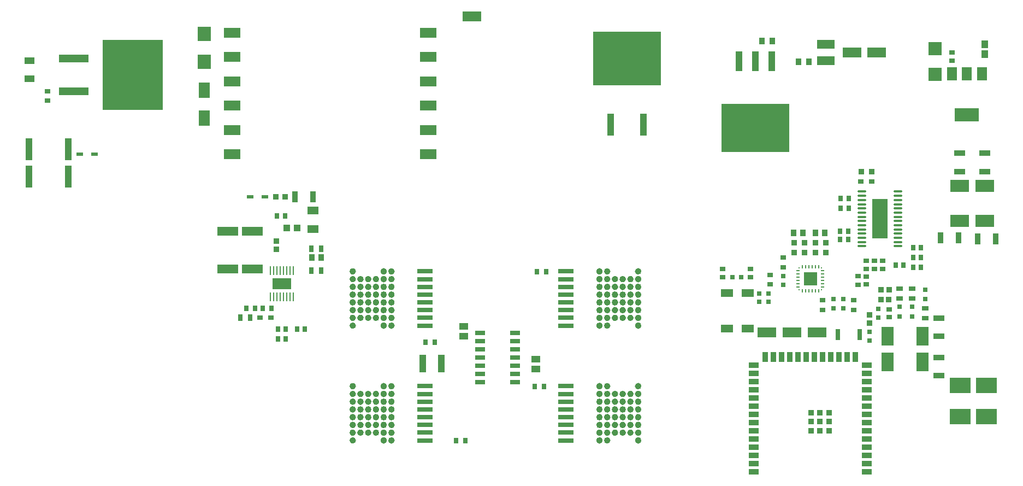
<source format=gbr>
G04*
G04 #@! TF.GenerationSoftware,Altium Limited,Altium Designer,25.5.2 (35)*
G04*
G04 Layer_Color=8421504*
%FSLAX25Y25*%
%MOIN*%
G70*
G04*
G04 #@! TF.SameCoordinates,CCCDE38D-7695-4EB3-ABC8-F25FB468ABE4*
G04*
G04*
G04 #@! TF.FilePolarity,Positive*
G04*
G01*
G75*
%ADD19C,0.01968*%
%ADD20R,0.09252X0.02756*%
%ADD21R,0.09252X0.02756*%
%ADD22R,0.09252X0.02756*%
%ADD23R,0.09252X0.02756*%
%ADD24R,0.03394X0.02894*%
%ADD25R,0.04429X0.01968*%
%ADD26R,0.03772X0.03788*%
%ADD27R,0.03740X0.06693*%
%ADD28R,0.03150X0.03740*%
%ADD29R,0.06922X0.04551*%
%ADD30R,0.04469X0.04182*%
%ADD31R,0.03379X0.03371*%
%ADD32O,0.00984X0.05512*%
%ADD33R,0.11614X0.06929*%
%ADD34R,0.02953X0.03937*%
%ADD35R,0.03740X0.04134*%
%ADD36R,0.02953X0.03543*%
%ADD37R,0.03543X0.03150*%
%ADD38R,0.02593X0.03197*%
%ADD39R,0.03150X0.03937*%
%ADD40R,0.02559X0.03543*%
%ADD41R,0.04016X0.11102*%
%ADD42R,0.04331X0.13386*%
%ADD43R,0.09843X0.05984*%
%ADD44R,0.06102X0.02756*%
%ADD45R,0.03543X0.02559*%
%ADD46R,0.06496X0.04331*%
%ADD47R,0.18110X0.04724*%
%ADD48R,0.37008X0.42520*%
%ADD49R,0.06693X0.09252*%
%ADD50R,0.05787X0.04016*%
%ADD51O,0.05512X0.01378*%
%ADD52R,0.09449X0.24291*%
%ADD53R,0.02362X0.00945*%
%ADD54R,0.00945X0.02362*%
%ADD55R,0.00984X0.00984*%
%ADD56R,0.08268X0.08268*%
%ADD57R,0.11811X0.05906*%
%ADD58R,0.03543X0.05906*%
%ADD59R,0.03591X0.03381*%
%ADD60R,0.03543X0.03150*%
%ADD61R,0.02756X0.02756*%
%ADD62R,0.03937X0.02953*%
%ADD63R,0.03175X0.03418*%
%ADD64R,0.03563X0.03568*%
%ADD65R,0.05906X0.03543*%
%ADD66R,0.03985X0.04758*%
%ADD67R,0.05906X0.07874*%
%ADD68R,0.14961X0.07874*%
%ADD69R,0.07874X0.07874*%
%ADD70R,0.03150X0.03150*%
%ADD71R,0.06693X0.03740*%
G04:AMPARAMS|DCode=72|XSize=29.92mil|YSize=26mil|CornerRadius=3.25mil|HoleSize=0mil|Usage=FLASHONLY|Rotation=0.000|XOffset=0mil|YOffset=0mil|HoleType=Round|Shape=RoundedRectangle|*
%AMROUNDEDRECTD72*
21,1,0.02992,0.01950,0,0,0.0*
21,1,0.02342,0.02600,0,0,0.0*
1,1,0.00650,0.01171,-0.00975*
1,1,0.00650,-0.01171,-0.00975*
1,1,0.00650,-0.01171,0.00975*
1,1,0.00650,0.01171,0.00975*
%
%ADD72ROUNDEDRECTD72*%
%ADD73R,0.03347X0.02953*%
%ADD74R,0.03418X0.03175*%
%ADD75R,0.03150X0.06693*%
%ADD76R,0.03543X0.03543*%
%ADD77R,0.11024X0.05512*%
%ADD78R,0.03543X0.03937*%
%ADD79R,0.03543X0.02953*%
%ADD80R,0.13024X0.05334*%
%ADD81R,0.41535X0.29528*%
%ADD82R,0.04331X0.12402*%
%ADD83R,0.03381X0.03591*%
%ADD84R,0.07480X0.11811*%
%ADD85R,0.12992X0.09646*%
%ADD86R,0.11811X0.07480*%
%ADD87R,0.03150X0.03543*%
G04:AMPARAMS|DCode=88|XSize=29.92mil|YSize=26mil|CornerRadius=3.25mil|HoleSize=0mil|Usage=FLASHONLY|Rotation=90.000|XOffset=0mil|YOffset=0mil|HoleType=Round|Shape=RoundedRectangle|*
%AMROUNDEDRECTD88*
21,1,0.02992,0.01950,0,0,90.0*
21,1,0.02342,0.02600,0,0,90.0*
1,1,0.00650,0.00975,0.01171*
1,1,0.00650,0.00975,-0.01171*
1,1,0.00650,-0.00975,-0.01171*
1,1,0.00650,-0.00975,0.01171*
%
%ADD88ROUNDEDRECTD88*%
%ADD89R,0.07480X0.05118*%
%ADD90R,0.08071X0.08858*%
%ADD91R,0.41299X0.32992*%
%ADD92R,0.04000X0.13795*%
D19*
X479339Y129965D02*
G03*
X479339Y129965I-984J0D01*
G01*
Y134689D02*
G03*
X479339Y134689I-984J0D01*
G01*
Y139413D02*
G03*
X479339Y139413I-984J0D01*
G01*
Y144138D02*
G03*
X479339Y144138I-984J0D01*
G01*
Y148862D02*
G03*
X479339Y148862I-984J0D01*
G01*
Y153587D02*
G03*
X479339Y153587I-984J0D01*
G01*
Y158311D02*
G03*
X479339Y158311I-984J0D01*
G01*
Y163035D02*
G03*
X479339Y163035I-984J0D01*
G01*
X474614Y134689D02*
G03*
X474614Y134689I-984J0D01*
G01*
Y139413D02*
G03*
X474614Y139413I-984J0D01*
G01*
Y144138D02*
G03*
X474614Y144138I-984J0D01*
G01*
Y148862D02*
G03*
X474614Y148862I-984J0D01*
G01*
Y153587D02*
G03*
X474614Y153587I-984J0D01*
G01*
Y158311D02*
G03*
X474614Y158311I-984J0D01*
G01*
X469890Y134689D02*
G03*
X469890Y134689I-984J0D01*
G01*
Y139413D02*
G03*
X469890Y139413I-984J0D01*
G01*
Y144138D02*
G03*
X469890Y144138I-984J0D01*
G01*
Y148862D02*
G03*
X469890Y148862I-984J0D01*
G01*
Y153587D02*
G03*
X469890Y153587I-984J0D01*
G01*
Y158311D02*
G03*
X469890Y158311I-984J0D01*
G01*
X465165Y134689D02*
G03*
X465165Y134689I-984J0D01*
G01*
Y139413D02*
G03*
X465165Y139413I-984J0D01*
G01*
Y144138D02*
G03*
X465165Y144138I-984J0D01*
G01*
Y148862D02*
G03*
X465165Y148862I-984J0D01*
G01*
Y153587D02*
G03*
X465165Y153587I-984J0D01*
G01*
Y158311D02*
G03*
X465165Y158311I-984J0D01*
G01*
X460441Y129965D02*
G03*
X460441Y129965I-984J0D01*
G01*
Y134689D02*
G03*
X460441Y134689I-984J0D01*
G01*
Y139413D02*
G03*
X460441Y139413I-984J0D01*
G01*
Y144138D02*
G03*
X460441Y144138I-984J0D01*
G01*
Y148862D02*
G03*
X460441Y148862I-984J0D01*
G01*
Y153587D02*
G03*
X460441Y153587I-984J0D01*
G01*
Y158311D02*
G03*
X460441Y158311I-984J0D01*
G01*
Y163035D02*
G03*
X460441Y163035I-984J0D01*
G01*
X455717Y129965D02*
G03*
X455717Y129965I-984J0D01*
G01*
Y134689D02*
G03*
X455717Y134689I-984J0D01*
G01*
Y139413D02*
G03*
X455717Y139413I-984J0D01*
G01*
Y144138D02*
G03*
X455717Y144138I-984J0D01*
G01*
Y148862D02*
G03*
X455717Y148862I-984J0D01*
G01*
Y153587D02*
G03*
X455717Y153587I-984J0D01*
G01*
Y158311D02*
G03*
X455717Y158311I-984J0D01*
G01*
Y163035D02*
G03*
X455717Y163035I-984J0D01*
G01*
X479339Y199965D02*
G03*
X479339Y199965I-984J0D01*
G01*
Y204689D02*
G03*
X479339Y204689I-984J0D01*
G01*
Y209413D02*
G03*
X479339Y209413I-984J0D01*
G01*
Y214138D02*
G03*
X479339Y214138I-984J0D01*
G01*
Y218862D02*
G03*
X479339Y218862I-984J0D01*
G01*
Y223587D02*
G03*
X479339Y223587I-984J0D01*
G01*
Y228311D02*
G03*
X479339Y228311I-984J0D01*
G01*
Y233035D02*
G03*
X479339Y233035I-984J0D01*
G01*
X474614Y204689D02*
G03*
X474614Y204689I-984J0D01*
G01*
Y209413D02*
G03*
X474614Y209413I-984J0D01*
G01*
Y214138D02*
G03*
X474614Y214138I-984J0D01*
G01*
Y218862D02*
G03*
X474614Y218862I-984J0D01*
G01*
Y223587D02*
G03*
X474614Y223587I-984J0D01*
G01*
Y228311D02*
G03*
X474614Y228311I-984J0D01*
G01*
X469890Y204689D02*
G03*
X469890Y204689I-984J0D01*
G01*
Y209413D02*
G03*
X469890Y209413I-984J0D01*
G01*
Y214138D02*
G03*
X469890Y214138I-984J0D01*
G01*
Y218862D02*
G03*
X469890Y218862I-984J0D01*
G01*
Y223587D02*
G03*
X469890Y223587I-984J0D01*
G01*
Y228311D02*
G03*
X469890Y228311I-984J0D01*
G01*
X465165Y204689D02*
G03*
X465165Y204689I-984J0D01*
G01*
Y209413D02*
G03*
X465165Y209413I-984J0D01*
G01*
Y214138D02*
G03*
X465165Y214138I-984J0D01*
G01*
Y218862D02*
G03*
X465165Y218862I-984J0D01*
G01*
Y223587D02*
G03*
X465165Y223587I-984J0D01*
G01*
Y228311D02*
G03*
X465165Y228311I-984J0D01*
G01*
X460441Y199965D02*
G03*
X460441Y199965I-984J0D01*
G01*
Y204689D02*
G03*
X460441Y204689I-984J0D01*
G01*
Y209413D02*
G03*
X460441Y209413I-984J0D01*
G01*
Y214138D02*
G03*
X460441Y214138I-984J0D01*
G01*
Y218862D02*
G03*
X460441Y218862I-984J0D01*
G01*
Y223587D02*
G03*
X460441Y223587I-984J0D01*
G01*
Y228311D02*
G03*
X460441Y228311I-984J0D01*
G01*
Y233035D02*
G03*
X460441Y233035I-984J0D01*
G01*
X455717Y199965D02*
G03*
X455717Y199965I-984J0D01*
G01*
Y204689D02*
G03*
X455717Y204689I-984J0D01*
G01*
Y209413D02*
G03*
X455717Y209413I-984J0D01*
G01*
Y214138D02*
G03*
X455717Y214138I-984J0D01*
G01*
Y218862D02*
G03*
X455717Y218862I-984J0D01*
G01*
Y223587D02*
G03*
X455717Y223587I-984J0D01*
G01*
Y228311D02*
G03*
X455717Y228311I-984J0D01*
G01*
Y233035D02*
G03*
X455717Y233035I-984J0D01*
G01*
X305130Y163035D02*
G03*
X305130Y163035I-984J0D01*
G01*
Y158311D02*
G03*
X305130Y158311I-984J0D01*
G01*
Y153587D02*
G03*
X305130Y153587I-984J0D01*
G01*
Y148862D02*
G03*
X305130Y148862I-984J0D01*
G01*
Y144138D02*
G03*
X305130Y144138I-984J0D01*
G01*
Y139413D02*
G03*
X305130Y139413I-984J0D01*
G01*
Y134689D02*
G03*
X305130Y134689I-984J0D01*
G01*
Y129965D02*
G03*
X305130Y129965I-984J0D01*
G01*
X309854Y158311D02*
G03*
X309854Y158311I-984J0D01*
G01*
Y153587D02*
G03*
X309854Y153587I-984J0D01*
G01*
Y148862D02*
G03*
X309854Y148862I-984J0D01*
G01*
Y144138D02*
G03*
X309854Y144138I-984J0D01*
G01*
Y139413D02*
G03*
X309854Y139413I-984J0D01*
G01*
Y134689D02*
G03*
X309854Y134689I-984J0D01*
G01*
X314579Y158311D02*
G03*
X314579Y158311I-984J0D01*
G01*
Y153587D02*
G03*
X314579Y153587I-984J0D01*
G01*
Y148862D02*
G03*
X314579Y148862I-984J0D01*
G01*
Y144138D02*
G03*
X314579Y144138I-984J0D01*
G01*
Y139413D02*
G03*
X314579Y139413I-984J0D01*
G01*
Y134689D02*
G03*
X314579Y134689I-984J0D01*
G01*
X319303Y158311D02*
G03*
X319303Y158311I-984J0D01*
G01*
Y153587D02*
G03*
X319303Y153587I-984J0D01*
G01*
Y148862D02*
G03*
X319303Y148862I-984J0D01*
G01*
Y144138D02*
G03*
X319303Y144138I-984J0D01*
G01*
Y139413D02*
G03*
X319303Y139413I-984J0D01*
G01*
Y134689D02*
G03*
X319303Y134689I-984J0D01*
G01*
X324028Y163035D02*
G03*
X324028Y163035I-984J0D01*
G01*
Y158311D02*
G03*
X324028Y158311I-984J0D01*
G01*
Y153587D02*
G03*
X324028Y153587I-984J0D01*
G01*
Y148862D02*
G03*
X324028Y148862I-984J0D01*
G01*
Y144138D02*
G03*
X324028Y144138I-984J0D01*
G01*
Y139413D02*
G03*
X324028Y139413I-984J0D01*
G01*
Y134689D02*
G03*
X324028Y134689I-984J0D01*
G01*
Y129965D02*
G03*
X324028Y129965I-984J0D01*
G01*
X328752Y163035D02*
G03*
X328752Y163035I-984J0D01*
G01*
Y158311D02*
G03*
X328752Y158311I-984J0D01*
G01*
Y153587D02*
G03*
X328752Y153587I-984J0D01*
G01*
Y148862D02*
G03*
X328752Y148862I-984J0D01*
G01*
Y144138D02*
G03*
X328752Y144138I-984J0D01*
G01*
Y139413D02*
G03*
X328752Y139413I-984J0D01*
G01*
Y134689D02*
G03*
X328752Y134689I-984J0D01*
G01*
Y129965D02*
G03*
X328752Y129965I-984J0D01*
G01*
X305130Y233035D02*
G03*
X305130Y233035I-984J0D01*
G01*
Y228311D02*
G03*
X305130Y228311I-984J0D01*
G01*
Y223587D02*
G03*
X305130Y223587I-984J0D01*
G01*
Y218862D02*
G03*
X305130Y218862I-984J0D01*
G01*
Y214138D02*
G03*
X305130Y214138I-984J0D01*
G01*
Y209413D02*
G03*
X305130Y209413I-984J0D01*
G01*
Y204689D02*
G03*
X305130Y204689I-984J0D01*
G01*
Y199965D02*
G03*
X305130Y199965I-984J0D01*
G01*
X309854Y228311D02*
G03*
X309854Y228311I-984J0D01*
G01*
Y223587D02*
G03*
X309854Y223587I-984J0D01*
G01*
Y218862D02*
G03*
X309854Y218862I-984J0D01*
G01*
Y214138D02*
G03*
X309854Y214138I-984J0D01*
G01*
Y209413D02*
G03*
X309854Y209413I-984J0D01*
G01*
Y204689D02*
G03*
X309854Y204689I-984J0D01*
G01*
X314579Y228311D02*
G03*
X314579Y228311I-984J0D01*
G01*
Y223587D02*
G03*
X314579Y223587I-984J0D01*
G01*
Y218862D02*
G03*
X314579Y218862I-984J0D01*
G01*
Y214138D02*
G03*
X314579Y214138I-984J0D01*
G01*
Y209413D02*
G03*
X314579Y209413I-984J0D01*
G01*
Y204689D02*
G03*
X314579Y204689I-984J0D01*
G01*
X319303Y228311D02*
G03*
X319303Y228311I-984J0D01*
G01*
Y223587D02*
G03*
X319303Y223587I-984J0D01*
G01*
Y218862D02*
G03*
X319303Y218862I-984J0D01*
G01*
Y214138D02*
G03*
X319303Y214138I-984J0D01*
G01*
Y209413D02*
G03*
X319303Y209413I-984J0D01*
G01*
Y204689D02*
G03*
X319303Y204689I-984J0D01*
G01*
X324028Y233035D02*
G03*
X324028Y233035I-984J0D01*
G01*
Y228311D02*
G03*
X324028Y228311I-984J0D01*
G01*
Y223587D02*
G03*
X324028Y223587I-984J0D01*
G01*
Y218862D02*
G03*
X324028Y218862I-984J0D01*
G01*
Y214138D02*
G03*
X324028Y214138I-984J0D01*
G01*
Y209413D02*
G03*
X324028Y209413I-984J0D01*
G01*
Y204689D02*
G03*
X324028Y204689I-984J0D01*
G01*
Y199965D02*
G03*
X324028Y199965I-984J0D01*
G01*
X328752Y233035D02*
G03*
X328752Y233035I-984J0D01*
G01*
Y228311D02*
G03*
X328752Y228311I-984J0D01*
G01*
Y223587D02*
G03*
X328752Y223587I-984J0D01*
G01*
Y218862D02*
G03*
X328752Y218862I-984J0D01*
G01*
Y214138D02*
G03*
X328752Y214138I-984J0D01*
G01*
Y209413D02*
G03*
X328752Y209413I-984J0D01*
G01*
Y204689D02*
G03*
X328752Y204689I-984J0D01*
G01*
Y199965D02*
G03*
X328752Y199965I-984J0D01*
G01*
D20*
X434240Y129965D02*
D03*
Y139413D02*
D03*
X434240Y148862D02*
D03*
Y158311D02*
D03*
X434240Y199965D02*
D03*
Y209413D02*
D03*
Y218862D02*
D03*
Y228311D02*
D03*
X348260Y233035D02*
D03*
Y223587D02*
D03*
X348260Y204689D02*
D03*
D21*
X434240Y134689D02*
D03*
X434240Y144138D02*
D03*
Y153587D02*
D03*
Y163035D02*
D03*
X434240Y204689D02*
D03*
Y214138D02*
D03*
Y223587D02*
D03*
Y233035D02*
D03*
X348260Y228311D02*
D03*
Y218862D02*
D03*
X348260Y209413D02*
D03*
Y199965D02*
D03*
D22*
X348260Y163035D02*
D03*
Y153587D02*
D03*
Y144138D02*
D03*
Y134689D02*
D03*
Y214138D02*
D03*
D23*
Y158311D02*
D03*
Y148862D02*
D03*
Y139413D02*
D03*
Y129965D02*
D03*
D24*
X631500Y205077D02*
D03*
Y209923D02*
D03*
D25*
X250575Y278500D02*
D03*
X241425D02*
D03*
X146575Y304500D02*
D03*
X137425D02*
D03*
D26*
X262862Y278500D02*
D03*
X257138D02*
D03*
D27*
X268988D02*
D03*
X280012D02*
D03*
X662988Y253500D02*
D03*
X696512Y253000D02*
D03*
X674012Y253500D02*
D03*
X685488Y253000D02*
D03*
D28*
X262858Y267000D02*
D03*
X257937D02*
D03*
X244657Y210500D02*
D03*
X239342D02*
D03*
D29*
X280000Y270114D02*
D03*
Y258886D02*
D03*
D30*
X270263Y259500D02*
D03*
X263843D02*
D03*
D31*
X257500Y251366D02*
D03*
Y246634D02*
D03*
D32*
X259906Y233500D02*
D03*
X254000Y217358D02*
D03*
X255968D02*
D03*
X257937D02*
D03*
X259906D02*
D03*
X261874D02*
D03*
X263843D02*
D03*
X265811D02*
D03*
X267779D02*
D03*
X255968Y233500D02*
D03*
X257937D02*
D03*
X261874D02*
D03*
X263843D02*
D03*
X265811D02*
D03*
X267779D02*
D03*
X254000D02*
D03*
D33*
X260890Y225429D02*
D03*
D34*
X279047Y247000D02*
D03*
X284953D02*
D03*
Y233500D02*
D03*
X279047D02*
D03*
D35*
X279146Y241500D02*
D03*
X284854D02*
D03*
X592354Y256500D02*
D03*
X586646D02*
D03*
X578854D02*
D03*
X573146D02*
D03*
D36*
X270138Y198000D02*
D03*
X274862D02*
D03*
X263362D02*
D03*
X258638D02*
D03*
X263362Y192000D02*
D03*
X258638D02*
D03*
X650854Y247500D02*
D03*
Y241500D02*
D03*
Y235500D02*
D03*
X635638Y237000D02*
D03*
X646130Y235500D02*
D03*
Y247500D02*
D03*
Y241500D02*
D03*
X640362Y237000D02*
D03*
D37*
X254346Y205000D02*
D03*
X247654D02*
D03*
X670000Y366461D02*
D03*
X627500Y234539D02*
D03*
X622500D02*
D03*
X617500Y225039D02*
D03*
X627500Y239461D02*
D03*
X622500D02*
D03*
X617500Y229961D02*
D03*
X614153Y288000D02*
D03*
X620847D02*
D03*
X670000Y361539D02*
D03*
D38*
X254664Y210500D02*
D03*
X249336D02*
D03*
D39*
X241453Y205000D02*
D03*
X235547D02*
D03*
D40*
X415146Y163000D02*
D03*
X420854D02*
D03*
X354354Y190000D02*
D03*
X348646D02*
D03*
X416646Y233000D02*
D03*
X422354D02*
D03*
X372854Y130000D02*
D03*
X367146D02*
D03*
D41*
X358209Y177000D02*
D03*
X346791D02*
D03*
D42*
X130508Y291000D02*
D03*
X106492D02*
D03*
Y307500D02*
D03*
X130508D02*
D03*
D43*
X230697Y363705D02*
D03*
Y348902D02*
D03*
Y334098D02*
D03*
Y319295D02*
D03*
X350303Y348902D02*
D03*
Y363705D02*
D03*
Y378508D02*
D03*
X230697Y304492D02*
D03*
X350303D02*
D03*
Y319295D02*
D03*
Y334098D02*
D03*
X230697Y378508D02*
D03*
D44*
X381772Y165500D02*
D03*
X403228Y175500D02*
D03*
Y180500D02*
D03*
Y195500D02*
D03*
X381772Y170500D02*
D03*
X403228Y190500D02*
D03*
Y185500D02*
D03*
Y170500D02*
D03*
Y165500D02*
D03*
X381772Y175500D02*
D03*
Y180500D02*
D03*
Y185500D02*
D03*
Y190500D02*
D03*
Y195500D02*
D03*
D45*
X118000Y337146D02*
D03*
Y342854D02*
D03*
D46*
X107000Y361610D02*
D03*
Y350390D02*
D03*
D47*
X133886Y343000D02*
D03*
Y363000D02*
D03*
D48*
X169909Y353000D02*
D03*
D49*
X213500Y326571D02*
D03*
Y343500D02*
D03*
D50*
X416000Y179650D02*
D03*
Y173350D02*
D03*
X372000Y193350D02*
D03*
Y199650D02*
D03*
D51*
X615000Y266323D02*
D03*
Y276559D02*
D03*
Y274000D02*
D03*
Y261205D02*
D03*
Y258646D02*
D03*
Y256087D02*
D03*
Y253528D02*
D03*
Y250969D02*
D03*
X637047Y276559D02*
D03*
Y274000D02*
D03*
Y268882D02*
D03*
Y266323D02*
D03*
Y263764D02*
D03*
Y261205D02*
D03*
Y256087D02*
D03*
Y253528D02*
D03*
X615000Y281677D02*
D03*
Y279118D02*
D03*
X637047Y281677D02*
D03*
Y279118D02*
D03*
Y250969D02*
D03*
Y248410D02*
D03*
X615000D02*
D03*
X637047Y258646D02*
D03*
Y271441D02*
D03*
X615000Y263764D02*
D03*
Y271441D02*
D03*
Y268882D02*
D03*
D52*
X626024Y265043D02*
D03*
D53*
X576020Y223579D02*
D03*
Y227516D02*
D03*
Y229484D02*
D03*
Y231453D02*
D03*
Y233421D02*
D03*
X590980Y231453D02*
D03*
X576020Y225547D02*
D03*
X590980Y233421D02*
D03*
Y227516D02*
D03*
Y229484D02*
D03*
Y225547D02*
D03*
Y223579D02*
D03*
D54*
X586453Y221020D02*
D03*
X582516D02*
D03*
X580547D02*
D03*
X578579D02*
D03*
X588421D02*
D03*
X580547Y235980D02*
D03*
X578579D02*
D03*
X586453D02*
D03*
X582516D02*
D03*
X584484D02*
D03*
X588421D02*
D03*
X584484Y221020D02*
D03*
D55*
X576709Y235291D02*
D03*
X590291D02*
D03*
X576709Y221709D02*
D03*
X590291D02*
D03*
D56*
X583500Y228500D02*
D03*
D57*
X587500Y196000D02*
D03*
X572250D02*
D03*
X557000D02*
D03*
X624000Y366500D02*
D03*
X377000Y388500D02*
D03*
X609000Y366500D02*
D03*
D58*
X575949Y180921D02*
D03*
X570949D02*
D03*
X565949D02*
D03*
X555949D02*
D03*
X560949D02*
D03*
X580949D02*
D03*
X585949D02*
D03*
X590949D02*
D03*
X595949D02*
D03*
X600949D02*
D03*
X605949D02*
D03*
X610949D02*
D03*
D59*
X573500Y244442D02*
D03*
X580000D02*
D03*
X593000D02*
D03*
X586500D02*
D03*
X593000Y250558D02*
D03*
X586500D02*
D03*
X580000D02*
D03*
X573500D02*
D03*
D60*
X567000Y241453D02*
D03*
X559000Y225047D02*
D03*
X610000Y215453D02*
D03*
X591000D02*
D03*
X610000Y209547D02*
D03*
X591000D02*
D03*
X567000Y235547D02*
D03*
X559000Y230953D02*
D03*
D61*
X567000Y224744D02*
D03*
X603500Y216043D02*
D03*
X597500D02*
D03*
X603500Y210531D02*
D03*
X597500D02*
D03*
X567000Y230256D02*
D03*
D62*
X638000Y222453D02*
D03*
X645500D02*
D03*
X653500Y210453D02*
D03*
Y204547D02*
D03*
X645500Y216547D02*
D03*
X638000D02*
D03*
D63*
X626536Y222000D02*
D03*
X631464D02*
D03*
D64*
X631364Y216000D02*
D03*
X626636D02*
D03*
D65*
X617898Y116000D02*
D03*
Y111000D02*
D03*
X549000D02*
D03*
Y116000D02*
D03*
Y121000D02*
D03*
Y126000D02*
D03*
Y131000D02*
D03*
Y136000D02*
D03*
Y141000D02*
D03*
Y146000D02*
D03*
Y151000D02*
D03*
Y156000D02*
D03*
Y161000D02*
D03*
Y166000D02*
D03*
Y171000D02*
D03*
Y176000D02*
D03*
X617898D02*
D03*
Y171000D02*
D03*
Y166000D02*
D03*
Y161000D02*
D03*
Y156000D02*
D03*
Y141000D02*
D03*
Y136000D02*
D03*
Y131000D02*
D03*
Y126000D02*
D03*
Y121000D02*
D03*
Y146000D02*
D03*
Y151000D02*
D03*
D66*
X690000Y365343D02*
D03*
Y371657D02*
D03*
D67*
X688055Y353402D02*
D03*
X679000D02*
D03*
X669945D02*
D03*
D68*
X679000Y328598D02*
D03*
D69*
X659500Y368874D02*
D03*
Y353126D02*
D03*
D70*
X653500Y221953D02*
D03*
X645500Y205435D02*
D03*
X638000D02*
D03*
X645500Y211340D02*
D03*
X638000D02*
D03*
X653500Y216047D02*
D03*
D71*
X662000Y204512D02*
D03*
Y169488D02*
D03*
X690000Y305012D02*
D03*
Y293988D02*
D03*
X674500D02*
D03*
Y305012D02*
D03*
X662000Y180512D02*
D03*
Y193488D02*
D03*
D72*
X625000Y210256D02*
D03*
Y204744D02*
D03*
X619500Y196256D02*
D03*
Y190744D02*
D03*
D73*
X612500Y224941D02*
D03*
X617500Y239559D02*
D03*
Y234441D02*
D03*
X612500Y230059D02*
D03*
D74*
X619500Y206464D02*
D03*
Y201536D02*
D03*
D75*
X600307Y194500D02*
D03*
X613693D02*
D03*
D76*
X594866Y146906D02*
D03*
Y141394D02*
D03*
Y135882D02*
D03*
X589354Y146906D02*
D03*
X583843D02*
D03*
X589354Y141394D02*
D03*
Y135882D02*
D03*
X583843Y141394D02*
D03*
Y135882D02*
D03*
D77*
X593000Y361382D02*
D03*
Y371618D02*
D03*
D78*
X582650Y361000D02*
D03*
X553850Y373500D02*
D03*
X560150D02*
D03*
X576350Y361000D02*
D03*
D79*
X547000Y234362D02*
D03*
X530000D02*
D03*
Y229638D02*
D03*
X547000D02*
D03*
D80*
X243000Y234482D02*
D03*
Y257518D02*
D03*
X228000Y234482D02*
D03*
Y257518D02*
D03*
D81*
X550000Y320555D02*
D03*
D82*
X540000Y361106D02*
D03*
X550000D02*
D03*
X560000D02*
D03*
D83*
X614663Y294000D02*
D03*
X620779D02*
D03*
D84*
X651886Y193408D02*
D03*
X630626D02*
D03*
X651886Y177908D02*
D03*
X630626D02*
D03*
D85*
X691000Y163449D02*
D03*
Y144551D02*
D03*
X675000Y163449D02*
D03*
Y144551D02*
D03*
D86*
X690000Y263870D02*
D03*
Y285130D02*
D03*
X674500Y263870D02*
D03*
Y285130D02*
D03*
D87*
X602039Y271500D02*
D03*
X606961D02*
D03*
X602039Y277500D02*
D03*
X606961D02*
D03*
X601539Y257500D02*
D03*
X606461D02*
D03*
X601539Y252500D02*
D03*
X606461D02*
D03*
D88*
X557756Y219500D02*
D03*
X552244D02*
D03*
X557756Y214500D02*
D03*
X552244D02*
D03*
X541256Y229500D02*
D03*
X535744D02*
D03*
D89*
X532701Y219827D02*
D03*
Y198173D02*
D03*
X545299D02*
D03*
Y219827D02*
D03*
D90*
X213500Y377929D02*
D03*
Y361000D02*
D03*
D91*
X471500Y362854D02*
D03*
D92*
X481500Y322500D02*
D03*
X461500D02*
D03*
M02*

</source>
